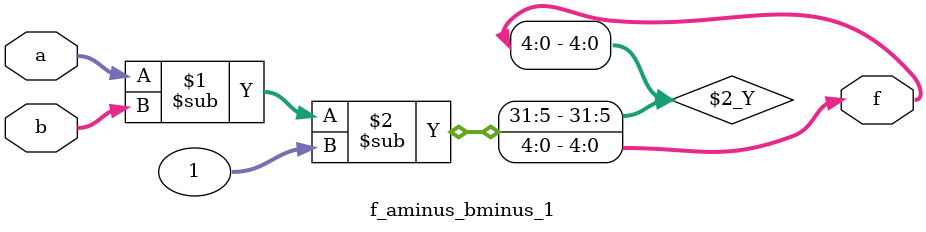
<source format=v>
`timescale 1ns / 1ps


module f_aminus_bminus_1(f, a, b);
    input [3:0] a;
    input [3:0] b;
    output [4:0] f;   

    assign f = a - b - 1;
endmodule

</source>
